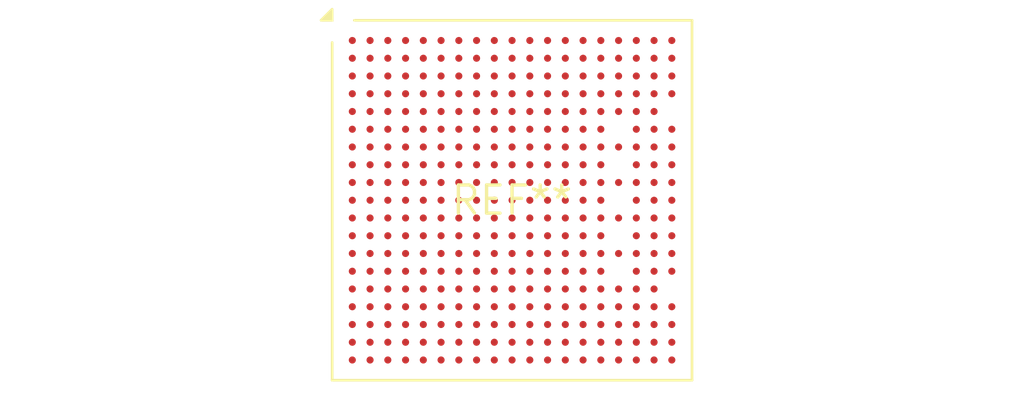
<source format=kicad_pcb>
(kicad_pcb (version 20240108) (generator pcbnew)
  (layers (0 "F.Cu" signal) (31 "B.Cu" signal) (34 "B.Paste" user) (35 "F.Paste" user) (36 "B.SilkS" user "B.Silkscreen") (37 "F.SilkS" user "F.Silkscreen") (38 "B.Mask" user) (39 "F.Mask" user) (44 "Edge.Cuts" user))
  (net 0 "")
  (footprint "ST_LFBGA-354_16x16mm_Layout19x19_P0.8mm" (layer "F.Cu") (at 0 0)
    (property "Reference" "REF**")
    (property "Value" "ST_LFBGA-354_16x16mm_Layout19x19_P0.8mm")
    (fp_line (start -8.11 8.11) (end -8.11 -7.11) (layer "F.SilkS") (stroke (width 0.12)))
    (fp_line (start -7.11 -8.11) (end 8.11 -8.11) (layer "F.SilkS") (stroke (width 0.12)))
    (fp_line (start 8.11 -8.11) (end 8.11 8.11) (layer "F.SilkS") (stroke (width 0.12)))
    (fp_line (start 8.11 8.11) (end -8.11 8.11) (layer "F.SilkS") (stroke (width 0.12)))
    (fp_poly (pts (xy -8.11 -8.11) (xy -8.61 -8.11) (xy -8.11 -8.61) (xy -8.11 -8.11)) (layer "F.SilkS") (stroke (width 0.12)) (fill solid))
    (pad "A1" smd circle (at -7.2 -7.2) (size 0.32 0.32) (property pad_prop_bga) (layers "F.Cu" "F.Paste" "F.Mask"))
    (pad "A2" smd circle (at -6.4 -7.2) (size 0.32 0.32) (property pad_prop_bga) (layers "F.Cu" "F.Paste" "F.Mask"))
    (pad "A3" smd circle (at -5.6 -7.2) (size 0.32 0.32) (property pad_prop_bga) (layers "F.Cu" "F.Paste" "F.Mask"))
    (pad "A4" smd circle (at -4.8 -7.2) (size 0.32 0.32) (property pad_prop_bga) (layers "F.Cu" "F.Paste" "F.Mask"))
    (pad "A5" smd circle (at -4 -7.2) (size 0.32 0.32) (property pad_prop_bga) (layers "F.Cu" "F.Paste" "F.Mask"))
    (pad "A6" smd circle (at -3.2 -7.2) (size 0.32 0.32) (property pad_prop_bga) (layers "F.Cu" "F.Paste" "F.Mask"))
    (pad "A7" smd circle (at -2.4 -7.2) (size 0.32 0.32) (property pad_prop_bga) (layers "F.Cu" "F.Paste" "F.Mask"))
    (pad "A8" smd circle (at -1.6 -7.2) (size 0.32 0.32) (property pad_prop_bga) (layers "F.Cu" "F.Paste" "F.Mask"))
    (pad "A9" smd circle (at -0.8 -7.2) (size 0.32 0.32) (property pad_prop_bga) (layers "F.Cu" "F.Paste" "F.Mask"))
    (pad "A10" smd circle (at 0 -7.2) (size 0.32 0.32) (property pad_prop_bga) (layers "F.Cu" "F.Paste" "F.Mask"))
    (pad "A11" smd circle (at 0.8 -7.2) (size 0.32 0.32) (property pad_prop_bga) (layers "F.Cu" "F.Paste" "F.Mask"))
    (pad "A12" smd circle (at 1.6 -7.2) (size 0.32 0.32) (property pad_prop_bga) (layers "F.Cu" "F.Paste" "F.Mask"))
    (pad "A13" smd circle (at 2.4 -7.2) (size 0.32 0.32) (property pad_prop_bga) (layers "F.Cu" "F.Paste" "F.Mask"))
    (pad "A14" smd circle (at 3.2 -7.2) (size 0.32 0.32) (property pad_prop_bga) (layers "F.Cu" "F.Paste" "F.Mask"))
    (pad "A15" smd circle (at 4 -7.2) (size 0.32 0.32) (property pad_prop_bga) (layers "F.Cu" "F.Paste" "F.Mask"))
    (pad "A16" smd circle (at 4.8 -7.2) (size 0.32 0.32) (property pad_prop_bga) (layers "F.Cu" "F.Paste" "F.Mask"))
    (pad "A17" smd circle (at 5.6 -7.2) (size 0.32 0.32) (property pad_prop_bga) (layers "F.Cu" "F.Paste" "F.Mask"))
    (pad "A18" smd circle (at 6.4 -7.2) (size 0.32 0.32) (property pad_prop_bga) (layers "F.Cu" "F.Paste" "F.Mask"))
    (pad "A19" smd circle (at 7.2 -7.2) (size 0.32 0.32) (property pad_prop_bga) (layers "F.Cu" "F.Paste" "F.Mask"))
    (pad "B1" smd circle (at -7.2 -6.4) (size 0.32 0.32) (property pad_prop_bga) (layers "F.Cu" "F.Paste" "F.Mask"))
    (pad "B2" smd circle (at -6.4 -6.4) (size 0.32 0.32) (property pad_prop_bga) (layers "F.Cu" "F.Paste" "F.Mask"))
    (pad "B3" smd circle (at -5.6 -6.4) (size 0.32 0.32) (property pad_prop_bga) (layers "F.Cu" "F.Paste" "F.Mask"))
    (pad "B4" smd circle (at -4.8 -6.4) (size 0.32 0.32) (property pad_prop_bga) (layers "F.Cu" "F.Paste" "F.Mask"))
    (pad "B5" smd circle (at -4 -6.4) (size 0.32 0.32) (property pad_prop_bga) (layers "F.Cu" "F.Paste" "F.Mask"))
    (pad "B6" smd circle (at -3.2 -6.4) (size 0.32 0.32) (property pad_prop_bga) (layers "F.Cu" "F.Paste" "F.Mask"))
    (pad "B7" smd circle (at -2.4 -6.4) (size 0.32 0.32) (property pad_prop_bga) (layers "F.Cu" "F.Paste" "F.Mask"))
    (pad "B8" smd circle (at -1.6 -6.4) (size 0.32 0.32) (property pad_prop_bga) (layers "F.Cu" "F.Paste" "F.Mask"))
    (pad "B9" smd circle (at -0.8 -6.4) (size 0.32 0.32) (property pad_prop_bga) (layers "F.Cu" "F.Paste" "F.Mask"))
    (pad "B10" smd circle (at 0 -6.4) (size 0.32 0.32) (property pad_prop_bga) (layers "F.Cu" "F.Paste" "F.Mask"))
    (pad "B11" smd circle (at 0.8 -6.4) (size 0.32 0.32) (property pad_prop_bga) (layers "F.Cu" "F.Paste" "F.Mask"))
    (pad "B12" smd circle (at 1.6 -6.4) (size 0.32 0.32) (property pad_prop_bga) (layers "F.Cu" "F.Paste" "F.Mask"))
    (pad "B13" smd circle (at 2.4 -6.4) (size 0.32 0.32) (property pad_prop_bga) (layers "F.Cu" "F.Paste" "F.Mask"))
    (pad "B14" smd circle (at 3.2 -6.4) (size 0.32 0.32) (property pad_prop_bga) (layers "F.Cu" "F.Paste" "F.Mask"))
    (pad "B15" smd circle (at 4 -6.4) (size 0.32 0.32) (property pad_prop_bga) (layers "F.Cu" "F.Paste" "F.Mask"))
    (pad "B16" smd circle (at 4.8 -6.4) (size 0.32 0.32) (property pad_prop_bga) (layers "F.Cu" "F.Paste" "F.Mask"))
    (pad "B17" smd circle (at 5.6 -6.4) (size 0.32 0.32) (property pad_prop_bga) (layers "F.Cu" "F.Paste" "F.Mask"))
    (pad "B18" smd circle (at 6.4 -6.4) (size 0.32 0.32) (property pad_prop_bga) (layers "F.Cu" "F.Paste" "F.Mask"))
    (pad "B19" smd circle (at 7.2 -6.4) (size 0.32 0.32) (property pad_prop_bga) (layers "F.Cu" "F.Paste" "F.Mask"))
    (pad "C1" smd circle (at -7.2 -5.6) (size 0.32 0.32) (property pad_prop_bga) (layers "F.Cu" "F.Paste" "F.Mask"))
    (pad "C2" smd circle (at -6.4 -5.6) (size 0.32 0.32) (property pad_prop_bga) (layers "F.Cu" "F.Paste" "F.Mask"))
    (pad "C3" smd circle (at -5.6 -5.6) (size 0.32 0.32) (property pad_prop_bga) (layers "F.Cu" "F.Paste" "F.Mask"))
    (pad "C4" smd circle (at -4.8 -5.6) (size 0.32 0.32) (property pad_prop_bga) (layers "F.Cu" "F.Paste" "F.Mask"))
    (pad "C5" smd circle (at -4 -5.6) (size 0.32 0.32) (property pad_prop_bga) (layers "F.Cu" "F.Paste" "F.Mask"))
    (pad "C6" smd circle (at -3.2 -5.6) (size 0.32 0.32) (property pad_prop_bga) (layers "F.Cu" "F.Paste" "F.Mask"))
    (pad "C7" smd circle (at -2.4 -5.6) (size 0.32 0.32) (property pad_prop_bga) (layers "F.Cu" "F.Paste" "F.Mask"))
    (pad "C8" smd circle (at -1.6 -5.6) (size 0.32 0.32) (property pad_prop_bga) (layers "F.Cu" "F.Paste" "F.Mask"))
    (pad "C9" smd circle (at -0.8 -5.6) (size 0.32 0.32) (property pad_prop_bga) (layers "F.Cu" "F.Paste" "F.Mask"))
    (pad "C10" smd circle (at 0 -5.6) (size 0.32 0.32) (property pad_prop_bga) (layers "F.Cu" "F.Paste" "F.Mask"))
    (pad "C11" smd circle (at 0.8 -5.6) (size 0.32 0.32) (property pad_prop_bga) (layers "F.Cu" "F.Paste" "F.Mask"))
    (pad "C12" smd circle (at 1.6 -5.6) (size 0.32 0.32) (property pad_prop_bga) (layers "F.Cu" "F.Paste" "F.Mask"))
    (pad "C13" smd circle (at 2.4 -5.6) (size 0.32 0.32) (property pad_prop_bga) (layers "F.Cu" "F.Paste" "F.Mask"))
    (pad "C14" smd circle (at 3.2 -5.6) (size 0.32 0.32) (property pad_prop_bga) (layers "F.Cu" "F.Paste" "F.Mask"))
    (pad "C15" smd circle (at 4 -5.6) (size 0.32 0.32) (property pad_prop_bga) (layers "F.Cu" "F.Paste" "F.Mask"))
    (pad "C16" smd circle (at 4.8 -5.6) (size 0.32 0.32) (property pad_prop_bga) (layers "F.Cu" "F.Paste" "F.Mask"))
    (pad "C17" smd circle (at 5.6 -5.6) (size 0.32 0.32) (property pad_prop_bga) (layers "F.Cu" "F.Paste" "F.Mask"))
    (pad "C18" smd circle (at 6.4 -5.6) (size 0.32 0.32) (property pad_prop_bga) (layers "F.Cu" "F.Paste" "F.Mask"))
    (pad "C19" smd circle (at 7.2 -5.6) (size 0.32 0.32) (property pad_prop_bga) (layers "F.Cu" "F.Paste" "F.Mask"))
    (pad "D1" smd circle (at -7.2 -4.8) (size 0.32 0.32) (property pad_prop_bga) (layers "F.Cu" "F.Paste" "F.Mask"))
    (pad "D2" smd circle (at -6.4 -4.8) (size 0.32 0.32) (property pad_prop_bga) (layers "F.Cu" "F.Paste" "F.Mask"))
    (pad "D3" smd circle (at -5.6 -4.8) (size 0.32 0.32) (property pad_prop_bga) (layers "F.Cu" "F.Paste" "F.Mask"))
    (pad "D4" smd circle (at -4.8 -4.8) (size 0.32 0.32) (property pad_prop_bga) (layers "F.Cu" "F.Paste" "F.Mask"))
    (pad "D5" smd circle (at -4 -4.8) (size 0.32 0.32) (property pad_prop_bga) (layers "F.Cu" "F.Paste" "F.Mask"))
    (pad "D6" smd circle (at -3.2 -4.8) (size 0.32 0.32) (property pad_prop_bga) (layers "F.Cu" "F.Paste" "F.Mask"))
    (pad "D7" smd circle (at -2.4 -4.8) (size 0.32 0.32) (property pad_prop_bga) (layers "F.Cu" "F.Paste" "F.Mask"))
    (pad "D8" smd circle (at -1.6 -4.8) (size 0.32 0.32) (property pad_prop_bga) (layers "F.Cu" "F.Paste" "F.Mask"))
    (pad "D9" smd circle (at -0.8 -4.8) (size 0.32 0.32) (property pad_prop_bga) (layers "F.Cu" "F.Paste" "F.Mask"))
    (pad "D10" smd circle (at 0 -4.8) (size 0.32 0.32) (property pad_prop_bga) (layers "F.Cu" "F.Paste" "F.Mask"))
    (pad "D11" smd circle (at 0.8 -4.8) (size 0.32 0.32) (property pad_prop_bga) (layers "F.Cu" "F.Paste" "F.Mask"))
    (pad "D12" smd circle (at 1.6 -4.8) (size 0.32 0.32) (property pad_prop_bga) (layers "F.Cu" "F.Paste" "F.Mask"))
    (pad "D13" smd circle (at 2.4 -4.8) (size 0.32 0.32) (property pad_prop_bga) (layers "F.Cu" "F.Paste" "F.Mask"))
    (pad "D14" smd circle (at 3.2 -4.8) (size 0.32 0.32) (property pad_prop_bga) (layers "F.Cu" "F.Paste" "F.Mask"))
    (pad "D15" smd circle (at 4 -4.8) (size 0.32 0.32) (property pad_prop_bga) (layers "F.Cu" "F.Paste" "F.Mask"))
    (pad "D16" smd circle (at 4.8 -4.8) (size 0.32 0.32) (property pad_prop_bga) (layers "F.Cu" "F.Paste" "F.Mask"))
    (pad "D17" smd circle (at 5.6 -4.8) (size 0.32 0.32) (property pad_prop_bga) (layers "F.Cu" "F.Paste" "F.Mask"))
    (pad "D18" smd circle (at 6.4 -4.8) (size 0.32 0.32) (property pad_prop_bga) (layers "F.Cu" "F.Paste" "F.Mask"))
    (pad "D19" smd circle (at 7.2 -4.8) (size 0.32 0.32) (property pad_prop_bga) (layers "F.Cu" "F.Paste" "F.Mask"))
    (pad "E1" smd circle (at -7.2 -4) (size 0.32 0.32) (property pad_prop_bga) (layers "F.Cu" "F.Paste" "F.Mask"))
    (pad "E2" smd circle (at -6.4 -4) (size 0.32 0.32) (property pad_prop_bga) (layers "F.Cu" "F.Paste" "F.Mask"))
    (pad "E3" smd circle (at -5.6 -4) (size 0.32 0.32) (property pad_prop_bga) (layers "F.Cu" "F.Paste" "F.Mask"))
    (pad "E4" smd circle (at -4.8 -4) (size 0.32 0.32) (property pad_prop_bga) (layers "F.Cu" "F.Paste" "F.Mask"))
    (pad "E5" smd circle (at -4 -4) (size 0.32 0.32) (property pad_prop_bga) (layers "F.Cu" "F.Paste" "F.Mask"))
    (pad "E6" smd circle (at -3.2 -4) (size 0.32 0.32) (property pad_prop_bga) (layers "F.Cu" "F.Paste" "F.Mask"))
    (pad "E7" smd circle (at -2.4 -4) (size 0.32 0.32) (property pad_prop_bga) (layers "F.Cu" "F.Paste" "F.Mask"))
    (pad "E8" smd circle (at -1.6 -4) (size 0.32 0.32) (property pad_prop_bga) (layers "F.Cu" "F.Paste" "F.Mask"))
    (pad "E9" smd circle (at -0.8 -4) (size 0.32 0.32) (property pad_prop_bga) (layers "F.Cu" "F.Paste" "F.Mask"))
    (pad "E10" smd circle (at 0 -4) (size 0.32 0.32) (property pad_prop_bga) (layers "F.Cu" "F.Paste" "F.Mask"))
    (pad "E11" smd circle (at 0.8 -4) (size 0.32 0.32) (property pad_prop_bga) (layers "F.Cu" "F.Paste" "F.Mask"))
    (pad "E12" smd circle (at 1.6 -4) (size 0.32 0.32) (property pad_prop_bga) (layers "F.Cu" "F.Paste" "F.Mask"))
    (pad "E13" smd circle (at 2.4 -4) (size 0.32 0.32) (property pad_prop_bga) (layers "F.Cu" "F.Paste" "F.Mask"))
    (pad "E14" smd circle (at 3.2 -4) (size 0.32 0.32) (property pad_prop_bga) (layers "F.Cu" "F.Paste" "F.Mask"))
    (pad "E15" smd circle (at 4 -4) (size 0.32 0.32) (property pad_prop_bga) (layers "F.Cu" "F.Paste" "F.Mask"))
    (pad "E16" smd circle (at 4.8 -4) (size 0.32 0.32) (property pad_prop_bga) (layers "F.Cu" "F.Paste" "F.Mask"))
    (pad "E17" smd circle (at 5.6 -4) (size 0.32 0.32) (property pad_prop_bga) (layers "F.Cu" "F.Paste" "F.Mask"))
    (pad "E18" smd circle (at 6.4 -4) (size 0.32 0.32) (property pad_prop_bga) (layers "F.Cu" "F.Paste" "F.Mask"))
    (pad "F1" smd circle (at -7.2 -3.2) (size 0.32 0.32) (property pad_prop_bga) (layers "F.Cu" "F.Paste" "F.Mask"))
    (pad "F2" smd circle (at -6.4 -3.2) (size 0.32 0.32) (property pad_prop_bga) (layers "F.Cu" "F.Paste" "F.Mask"))
    (pad "F3" smd circle (at -5.6 -3.2) (size 0.32 0.32) (property pad_prop_bga) (layers "F.Cu" "F.Paste" "F.Mask"))
    (pad "F4" smd circle (at -4.8 -3.2) (size 0.32 0.32) (property pad_prop_bga) (layers "F.Cu" "F.Paste" "F.Mask"))
    (pad "F5" smd circle (at -4 -3.2) (size 0.32 0.32) (property pad_prop_bga) (layers "F.Cu" "F.Paste" "F.Mask"))
    (pad "F6" smd circle (at -3.2 -3.2) (size 0.32 0.32) (property pad_prop_bga) (layers "F.Cu" "F.Paste" "F.Mask"))
    (pad "F7" smd circle (at -2.4 -3.2) (size 0.32 0.32) (property pad_prop_bga) (layers "F.Cu" "F.Paste" "F.Mask"))
    (pad "F8" smd circle (at -1.6 -3.2) (size 0.32 0.32) (property pad_prop_bga) (layers "F.Cu" "F.Paste" "F.Mask"))
    (pad "F9" smd circle (at -0.8 -3.2) (size 0.32 0.32) (property pad_prop_bga) (layers "F.Cu" "F.Paste" "F.Mask"))
    (pad "F10" smd circle (at 0 -3.2) (size 0.32 0.32) (property pad_prop_bga) (layers "F.Cu" "F.Paste" "F.Mask"))
    (pad "F11" smd circle (at 0.8 -3.2) (size 0.32 0.32) (property pad_prop_bga) (layers "F.Cu" "F.Paste" "F.Mask"))
    (pad "F12" smd circle (at 1.6 -3.2) (size 0.32 0.32) (property pad_prop_bga) (layers "F.Cu" "F.Paste" "F.Mask"))
    (pad "F13" smd circle (at 2.4 -3.2) (size 0.32 0.32) (property pad_prop_bga) (layers "F.Cu" "F.Paste" "F.Mask"))
    (pad "F14" smd circle (at 3.2 -3.2) (size 0.32 0.32) (property pad_prop_bga) (layers "F.Cu" "F.Paste" "F.Mask"))
    (pad "F15" smd circle (at 4 -3.2) (size 0.32 0.32) (property pad_prop_bga) (layers "F.Cu" "F.Paste" "F.Mask"))
    (pad "F17" smd circle (at 5.6 -3.2) (size 0.32 0.32) (property pad_prop_bga) (layers "F.Cu" "F.Paste" "F.Mask"))
    (pad "F18" smd circle (at 6.4 -3.2) (size 0.32 0.32) (property pad_prop_bga) (layers "F.Cu" "F.Paste" "F.Mask"))
    (pad "F19" smd circle (at 7.2 -3.2) (size 0.32 0.32) (property pad_prop_bga) (layers "F.Cu" "F.Paste" "F.Mask"))
    (pad "G1" smd circle (at -7.2 -2.4) (size 0.32 0.32) (property pad_prop_bga) (layers "F.Cu" "F.Paste" "F.Mask"))
    (pad "G2" smd circle (at -6.4 -2.4) (size 0.32 0.32) (property pad_prop_bga) (layers "F.Cu" "F.Paste" "F.Mask"))
    (pad "G3" smd circle (at -5.6 -2.4) (size 0.32 0.32) (property pad_prop_bga) (layers "F.Cu" "F.Paste" "F.Mask"))
    (pad "G4" smd circle (at -4.8 -2.4) (size 0.32 0.32) (property pad_prop_bga) (layers "F.Cu" "F.Paste" "F.Mask"))
    (pad "G5" smd circle (at -4 -2.4) (size 0.32 0.32) (property pad_prop_bga) (layers "F.Cu" "F.Paste" "F.Mask"))
    (pad "G6" smd circle (at -3.2 -2.4) (size 0.32 0.32) (property pad_prop_bga) (layers "F.Cu" "F.Paste" "F.Mask"))
    (pad "G7" smd circle (at -2.4 -2.4) (size 0.32 0.32) (property pad_prop_bga) (layers "F.Cu" "F.Paste" "F.Mask"))
    (pad "G8" smd circle (at -1.6 -2.4) (size 0.32 0.32) (property pad_prop_bga) (layers "F.Cu" "F.Paste" "F.Mask"))
    (pad "G9" smd circle (at -0.8 -2.4) (size 0.32 0.32) (property pad_prop_bga) (layers "F.Cu" "F.Paste" "F.Mask"))
    (pad "G10" smd circle (at 0 -2.4) (size 0.32 0.32) (property pad_prop_bga) (layers "F.Cu" "F.Paste" "F.Mask"))
    (pad "G11" smd circle (at 0.8 -2.4) (size 0.32 0.32) (property pad_prop_bga) (layers "F.Cu" "F.Paste" "F.Mask"))
    (pad "G12" smd circle (at 1.6 -2.4) (size 0.32 0.32) (property pad_prop_bga) (layers "F.Cu" "F.Paste" "F.Mask"))
    (pad "G13" smd circle (at 2.4 -2.4) (size 0.32 0.32) (property pad_prop_bga) (layers "F.Cu" "F.Paste" "F.Mask"))
    (pad "G14" smd circle (at 3.2 -2.4) (size 0.32 0.32) (property pad_prop_bga) (layers "F.Cu" "F.Paste" "F.Mask"))
    (pad "G15" smd circle (at 4 -2.4) (size 0.32 0.32) (property pad_prop_bga) (layers "F.Cu" "F.Paste" "F.Mask"))
    (pad "G16" smd circle (at 4.8 -2.4) (size 0.32 0.32) (property pad_prop_bga) (layers "F.Cu" "F.Paste" "F.Mask"))
    (pad "G17" smd circle (at 5.6 -2.4) (size 0.32 0.32) (property pad_prop_bga) (layers "F.Cu" "F.Paste" "F.Mask"))
    (pad "G18" smd circle (at 6.4 -2.4) (size 0.32 0.32) (property pad_prop_bga) (layers "F.Cu" "F.Paste" "F.Mask"))
    (pad "G19" smd circle (at 7.2 -2.4) (size 0.32 0.32) (property pad_prop_bga) (layers "F.Cu" "F.Paste" "F.Mask"))
    (pad "H1" smd circle (at -7.2 -1.6) (size 0.32 0.32) (property pad_prop_bga) (layers "F.Cu" "F.Paste" "F.Mask"))
    (pad "H2" smd circle (at -6.4 -1.6) (size 0.32 0.32) (property pad_prop_bga) (layers "F.Cu" "F.Paste" "F.Mask"))
    (pad "H3" smd circle (at -5.6 -1.6) (size 0.32 0.32) (property pad_prop_bga) (layers "F.Cu" "F.Paste" "F.Mask"))
    (pad "H4" smd circle (at -4.8 -1.6) (size 0.32 0.32) (property pad_prop_bga) (layers "F.Cu" "F.Paste" "F.Mask"))
    (pad "H5" smd circle (at -4 -1.6) (size 0.32 0.32) (property pad_prop_bga) (layers "F.Cu" "F.Paste" "F.Mask"))
    (pad "H6" smd circle (at -3.2 -1.6) (size 0.32 0.32) (property pad_prop_bga) (layers "F.Cu" "F.Paste" "F.Mask"))
    (pad "H7" smd circle (at -2.4 -1.6) (size 0.32 0.32) (property pad_prop_bga) (layers "F.Cu" "F.Paste" "F.Mask"))
    (pad "H8" smd circle (at -1.6 -1.6) (size 0.32 0.32) (property pad_prop_bga) (layers "F.Cu" "F.Paste" "F.Mask"))
    (pad "H9" smd circle (at -0.8 -1.6) (size 0.32 0.32) (property pad_prop_bga) (layers "F.Cu" "F.Paste" "F.Mask"))
    (pad "H10" smd circle (at 0 -1.6) (size 0.32 0.32) (property pad_prop_bga) (layers "F.Cu" "F.Paste" "F.Mask"))
    (pad "H11" smd circle (at 0.8 -1.6) (size 0.32 0.32) (property pad_prop_bga) (layers "F.Cu" "F.Paste" "F.Mask"))
    (pad "H12" smd circle (at 1.6 -1.6) (size 0.32 0.32) (property pad_prop_bga) (layers "F.Cu" "F.Paste" "F.Mask"))
    (pad "H13" smd circle (at 2.4 -1.6) (size 0.32 0.32) (property pad_prop_bga) (layers "F.Cu" "F.Paste" "F.Mask"))
    (pad "H14" smd circle (at 3.2 -1.6) (size 0.32 0.32) (property pad_prop_bga) (layers "F.Cu" "F.Paste" "F.Mask"))
    (pad "H15" smd circle (at 4 -1.6) (size 0.32 0.32) (property pad_prop_bga) (layers "F.Cu" "F.Paste" "F.Mask"))
    (pad "H17" smd circle (at 5.6 -1.6) (size 0.32 0.32) (property pad_prop_bga) (layers "F.Cu" "F.Paste" "F.Mask"))
    (pad "H18" smd circle (at 6.4 -1.6) (size 0.32 0.32) (property pad_prop_bga) (layers "F.Cu" "F.Paste" "F.Mask"))
    (pad "H19" smd circle (at 7.2 -1.6) (size 0.32 0.32) (property pad_prop_bga) (layers "F.Cu" "F.Paste" "F.Mask"))
    (pad "J1" smd circle (at -7.2 -0.8) (size 0.32 0.32) (property pad_prop_bga) (layers "F.Cu" "F.Paste" "F.Mask"))
    (pad "J2" smd circle (at -6.4 -0.8) (size 0.32 0.32) (property pad_prop_bga) (layers "F.Cu" "F.Paste" "F.Mask"))
    (pad "J3" smd circle (at -5.6 -0.8) (size 0.32 0.32) (property pad_prop_bga) (layers "F.Cu" "F.Paste" "F.Mask"))
    (pad "J4" smd circle (at -4.8 -0.8) (size 0.32 0.32) (property pad_prop_bga) (layers "F.Cu" "F.Paste" "F.Mask"))
    (pad "J5" smd circle (at -4 -0.8) (size 0.32 0.32) (property pad_prop_bga) (layers "F.Cu" "F.Paste" "F.Mask"))
    (pad "J6" smd circle (at -3.2 -0.8) (size 0.32 0.32) (property pad_prop_bga) (layers "F.Cu" "F.Paste" "F.Mask"))
    (pad "J7" smd circle (at -2.4 -0.8) (size 0.32 0.32) (property pad_prop_bga) (layers "F.Cu" "F.Paste" "F.Mask"))
    (pad "J8" smd circle (at -1.6 -0.8) (size 0.32 0.32) (property pad_prop_bga) (layers "F.Cu" "F.Paste" "F.Mask"))
    (pad "J9" smd circle (at -0.8 -0.8) (size 0.32 0.32) (property pad_prop_bga) (layers "F.Cu" "F.Paste" "F.Mask"))
    (pad "J10" smd circle (at 0 -0.8) (size 0.32 0.32) (property pad_prop_bga) (layers "F.Cu" "F.Paste" "F.Mask"))
    (pad "J11" smd circle (at 0.8 -0.8) (size 0.32 0.32) (property pad_prop_bga) (layers "F.Cu" "F.Paste" "F.Mask"))
    (pad "J12" smd circle (at 1.6 -0.8) (size 0.32 0.32) (property pad_prop_bga) (layers "F.Cu" "F.Paste" "F.Mask"))
    (pad "J13" smd circle (at 2.4 -0.8) (size 0.32 0.32) (property pad_prop_bga) (layers "F.Cu" "F.Paste" "F.Mask"))
    (pad "J14" smd circle (at 3.2 -0.8) (size 0.32 0.32) (property pad_prop_bga) (layers "F.Cu" "F.Paste" "F.Mask"))
    (pad "J15" smd circle (at 4 -0.8) (size 0.32 0.32) (property pad_prop_bga) (layers "F.Cu" "F.Paste" "F.Mask"))
    (pad "J16" smd circle (at 4.8 -0.8) (size 0.32 0.32) (property pad_prop_bga) (layers "F.Cu" "F.Paste" "F.Mask"))
    (pad "J17" smd circle (at 5.6 -0.8) (size 0.32 0.32) (property pad_prop_bga) (layers "F.Cu" "F.Paste" "F.Mask"))
    (pad "J18" smd circle (at 6.4 -0.8) (size 0.32 0.32) (property pad_prop_bga) (layers "F.Cu" "F.Paste" "F.Mask"))
    (pad "J19" smd circle (at 7.2 -0.8) (size 0.32 0.32) (property pad_prop_bga) (layers "F.Cu" "F.Paste" "F.Mask"))
    (pad "K1" smd circle (at -7.2 0) (size 0.32 0.32) (property pad_prop_bga) (layers "F.Cu" "F.Paste" "F.Mask"))
    (pad "K2" smd circle (at -6.4 0) (size 0.32 0.32) (property pad_prop_bga) (layers "F.Cu" "F.Paste" "F.Mask"))
    (pad "K3" smd circle (at -5.6 0) (size 0.32 0.32) (property pad_prop_bga) (layers "F.Cu" "F.Paste" "F.Mask"))
    (pad "K4" smd circle (at -4.8 0) (size 0.32 0.32) (property pad_prop_bga) (layers "F.Cu" "F.Paste" "F.Mask"))
    (pad "K5" smd circle (at -4 0) (size 0.32 0.32) (property pad_prop_bga) (layers "F.Cu" "F.Paste" "F.Mask"))
    (pad "K6" smd circle (at -3.2 0) (size 0.32 0.32) (property pad_prop_bga) (layers "F.Cu" "F.Paste" "F.Mask"))
    (pad "K7" smd circle (at -2.4 0) (size 0.32 0.32) (property pad_prop_bga) (layers "F.Cu" "F.Paste" "F.Mask"))
    (pad "K8" smd circle (at -1.6 0) (size 0.32 0.32) (property pad_prop_bga) (layers "F.Cu" "F.Paste" "F.Mask"))
    (pad "K9" smd circle (at -0.8 0) (size 0.32 0.32) (property pad_prop_bga) (layers "F.Cu" "F.Paste" "F.Mask"))
    (pad "K10" smd circle (at 0 0) (size 0.32 0.32) (property pad_prop_bga) (layers "F.Cu" "F.Paste" "F.Mask"))
    (pad "K11" smd circle (at 0.8 0) (size 0.32 0.32) (property pad_prop_bga) (layers "F.Cu" "F.Paste" "F.Mask"))
    (pad "K12" smd circle (at 1.6 0) (size 0.32 0.32) (property pad_prop_bga) (layers "F.Cu" "F.Paste" "F.Mask"))
    (pad "K13" smd circle (at 2.4 0) (size 0.32 0.32) (property pad_prop_bga) (layers "F.Cu" "F.Paste" "F.Mask"))
    (pad "K14" smd circle (at 3.2 0) (size 0.32 0.32) (property pad_prop_bga) (layers "F.Cu" "F.Paste" "F.Mask"))
    (pad "K15" smd circle (at 4 0) (size 0.32 0.32) (property pad_prop_bga) (layers "F.Cu" "F.Paste" "F.Mask"))
    (pad "K17" smd circle (at 5.6 0) (size 0.32 0.32) (property pad_prop_bga) (layers "F.Cu" "F.Paste" "F.Mask"))
    (pad "K18" smd circle (at 6.4 0) (size 0.32 0.32) (property pad_prop_bga) (layers "F.Cu" "F.Paste" "F.Mask"))
    (pad "K19" smd circle (at 7.2 0) (size 0.32 0.32) (property pad_prop_bga) (layers "F.Cu" "F.Paste" "F.Mask"))
    (pad "L1" smd circle (at -7.2 0.8) (size 0.32 0.32) (property pad_prop_bga) (layers "F.Cu" "F.Paste" "F.Mask"))
    (pad "L2" smd circle (at -6.4 0.8) (size 0.32 0.32) (property pad_prop_bga) (layers "F.Cu" "F.Paste" "F.Mask"))
    (pad "L3" smd circle (at -5.6 0.8) (size 0.32 0.32) (property pad_prop_bga) (layers "F.Cu" "F.Paste" "F.Mask"))
    (pad "L4" smd circle (at -4.8 0.8) (size 0.32 0.32) (property pad_prop_bga) (layers "F.Cu" "F.Paste" "F.Mask"))
    (pad "L5" smd circle (at -4 0.8) (size 0.32 0.32) (property pad_prop_bga) (layers "F.Cu" "F.Paste" "F.Mask"))
    (pad "L6" smd circle (at -3.2 0.8) (size 0.32 0.32) (property pad_prop_bga) (layers "F.Cu" "F.Paste" "F.Mask"))
    (pad "L7" smd circle (at -2.4 0.8) (size 0.32 0.32) (property pad_prop_bga) (layers "F.Cu" "F.Paste" "F.Mask"))
    (pad "L8" smd circle (at -1.6 0.8) (size 0.32 0.32) (property pad_prop_bga) (layers "F.Cu" "F.Paste" "F.Mask"))
    (pad "L9" smd circle (at -0.8 0.8) (size 0.32 0.32) (property pad_prop_bga) (layers "F.Cu" "F.Paste" "F.Mask"))
    (pad "L10" smd circle (at 0 0.8) (size 0.32 0.32) (property pad_prop_bga) (layers "F.Cu" "F.Paste" "F.Mask"))
    (pad "L11" smd circle (at 0.8 0.8) (size 0.32 0.32) (property pad_prop_bga) (layers "F.Cu" "F.Paste" "F.Mask"))
    (pad "L12" smd circle (at 1.6 0.8) (size 0.32 0.32) (property pad_prop_bga) (layers "F.Cu" "F.Paste" "F.Mask"))
    (pad "L13" smd circle (at 2.4 0.8) (size 0.32 0.32) (property pad_prop_bga) (layers "F.Cu" "F.Paste" "F.Mask"))
    (pad "L14" smd circle (at 3.2 0.8) (size 0.32 0.32) (property pad_prop_bga) (layers "F.Cu" "F.Paste" "F.Mask"))
    (pad "L15" smd circle (at 4 0.8) (size 0.32 0.32) (property pad_prop_bga) (layers "F.Cu" "F.Paste" "F.Mask"))
    (pad "L16" smd circle (at 4.8 0.8) (size 0.32 0.32) (property pad_prop_bga) (layers "F.Cu" "F.Paste" "F.Mask"))
    (pad "L17" smd circle (at 5.6 0.8) (size 0.32 0.32) (property pad_prop_bga) (layers "F.Cu" "F.Paste" "F.Mask"))
    (pad "L18" smd circle (at 6.4 0.8) (size 0.32 0.32) (property pad_prop_bga) (layers "F.Cu" "F.Paste" "F.Mask"))
    (pad "L19" smd circle (at 7.2 0.8) (size 0.32 0.32) (property pad_prop_bga) (layers "F.Cu" "F.Paste" "F.Mask"))
    (pad "M1" smd circle (at -7.2 1.6) (size 0.32 0.32) (property pad_prop_bga) (layers "F.Cu" "F.Paste" "F.Mask"))
    (pad "M2" smd circle (at -6.4 1.6) (size 0.32 0.32) (property pad_prop_bga) (layers "F.Cu" "F.Paste" "F.Mask"))
    (pad "M3" smd circle (at -5.6 1.6) (size 0.32 0.32) (property pad_prop_bga) (layers "F.Cu" "F.Paste" "F.Mask"))
    (pad "M4" smd circle (at -4.8 1.6) (size 0.32 0.32) (property pad_prop_bga) (layers "F.Cu" "F.Paste" "F.Mask"))
    (pad "M5" smd circle (at -4 1.6) (size 0.32 0.32) (property pad_prop_bga) (layers "F.Cu" "F.Paste" "F.Mask"))
    (pad "M6" smd circle (at -3.2 1.6) (size 0.32 0.32) (property pad_prop_bga) (layers "F.Cu" "F.Paste" "F.Mask"))
    (pad "M7" smd circle (at -2.4 1.6) (size 0.32 0.32) (property pad_prop_bga) (layers "F.Cu" "F.Paste" "F.Mask"))
    (pad "M8" smd circle (at -1.6 1.6) (size 0.32 0.32) (property pad_prop_bga) (layers "F.Cu" "F.Paste" "F.Mask"))
    (pad "M9" smd circle (at -0.8 1.6) (size 0.32 0.32) (property pad_prop_bga) (layers "F.Cu" "F.Paste" "F.Mask"))
    (pad "M10" smd circle (at 0 1.6) (size 0.32 0.32) (property pad_prop_bga) (layers "F.Cu" "F.Paste" "F.Mask"))
    (pad "M11" smd circle (at 0.8 1.6) (size 0.32 0.32) (property pad_prop_bga) (layers "F.Cu" "F.Paste" "F.Mask"))
    (pad "M12" smd circle (at 1.6 1.6) (size 0.32 0.32) (property pad_prop_bga) (layers "F.Cu" "F.Paste" "F.Mask"))
    (pad "M13" smd circle (at 2.4 1.6) (size 0.32 0.32) (property pad_prop_bga) (layers "F.Cu" "F.Paste" "F.Mask"))
    (pad "M14" smd circle (at 3.2 1.6) (size 0.32 0.32) (property pad_prop_bga) (layers "F.Cu" "F.Paste" "F.Mask"))
    (pad "M15" smd circle (at 4 1.6) (size 0.32 0.32) (property pad_prop_bga) (layers "F.Cu" "F.Paste" "F.Mask"))
    (pad "M17" smd circle (at 5.6 1.6) (size 0.32 0.32) (property pad_prop_bga) (layers "F.Cu" "F.Paste" "F.Mask"))
    (pad "M18" smd circle (at 6.4 1.6) (size 0.32 0.32) (property pad_prop_bga) (layers "F.Cu" "F.Paste" "F.Mask"))
    (pad "M19" smd circle (at 7.2 1.6) (size 0.32 0.32) (property pad_prop_bga) (layers "F.Cu" "F.Paste" "F.Mask"))
    (pad "N1" smd circle (at -7.2 2.4) (size 0.32 0.32) (property pad_prop_bga) (layers "F.Cu" "F.Paste" "F.Mask"))
    (pad "N2" smd circle (at -6.4 2.4) (size 0.32 0.32) (property pad_prop_bga) (layers "F.Cu" "F.Paste" "F.Mask"))
    (pad "N3" smd circle (at -5.6 2.4) (size 0.32 0.32) (property pad_prop_bga) (layers "F.Cu" "F.Paste" "F.Mask"))
    (pad "N4" smd circle (at -4.8 2.4) (size 0.32 0.32) (property pad_prop_bga) (layers "F.Cu" "F.Paste" "F.Mask"))
    (pad "N5" smd circle (at -4 2.4) (size 0.32 0.32) (property pad_prop_bga) (layers "F.Cu" "F.Paste" "F.Mask"))
    (pad "N6" smd circle (at -3.2 2.4) (size 0.32 0.32) (property pad_prop_bga) (layers "F.Cu" "F.Paste" "F.Mask"))
    (pad "N7" smd circle (at -2.4 2.4) (size 0.32 0.32) (property pad_prop_bga) (layers "F.Cu" "F.Paste" "F.Mask"))
    (pad "N8" smd circle (at -1.6 2.4) (size 0.32 0.32) (property pad_prop_bga) (layers "F.Cu" "F.Paste" "F.Mask"))
    (pad "N9" smd circle (at -0.8 2.4) (size 0.32 0.32) (property pad_prop_bga) (layers "F.Cu" "F.Paste" "F.Mask"))
    (pad "N10" smd circle (at 0 2.4) (size 0.32 0.32) (property pad_prop_bga) (layers "F.Cu" "F.Paste" "F.Mask"))
    (pad "N11" smd circle (at 0.8 2.4) (size 0.32 0.32) (property pad_prop_bga) (layers "F.Cu" "F.Paste" "F.Mask"))
    (pad "N12" smd circle (at 1.6 2.4) (size 0.32 0.32) (property pad_prop_bga) (layers "F.Cu" "F.Paste" "F.Mask"))
    (pad "N13" smd circle (at 2.4 2.4) (size 0.32 0.32) (property pad_prop_bga) (layers "F.Cu" "F.Paste" "F.Mask"))
    (pad "N14" smd circle (at 3.2 2.4) (size 0.32 0.32) (property pad_prop_bga) (layers "F.Cu" "F.Paste" "F.Mask"))
    (pad "N15" smd circle (at 4 2.4) (size 0.32 0.32) (property pad_prop_bga) (layers "F.Cu" "F.Paste" "F.Mask"))
    (pad "N16" smd circle (at 4.8 2.4) (size 0.32 0.32) (property pad_prop_bga) (layers "F.Cu" "F.Paste" "F.Mask"))
    (pad "N17" smd circle (at 5.6 2.4) (size 0.32 0.32) (property pad_prop_bga) (layers "F.Cu" "F.Paste" "F.Mask"))
    (pad "N18" smd circle (at 6.4 2.4) (size 0.32 0.32) (property pad_prop_bga) (layers "F.Cu" "F.Paste" "F.Mask"))
    (pad "N19" smd circle (at 7.2 2.4) (size 0.32 0.32) (property pad_prop_bga) (layers "F.Cu" "F.Paste" "F.Mask"))
    (pad "P1" smd circle (at -7.2 3.2) (size 0.32 0.32) (property pad_prop_bga) (layers "F.Cu" "F.Paste" "F.Mask"))
    (pad "P2" smd circle (at -6.4 3.2) (size 0.32 0.32) (property pad_prop_bga) (layers "F.Cu" "F.Paste" "F.Mask"))
    (pad "P3" smd circle (at -5.6 3.2) (size 0.32 0.32) (property pad_prop_bga) (layers "F.Cu" "F.Paste" "F.Mask"))
    (pad "P4" smd circle (at -4.8 3.2) (size 0.32 0.32) (property pad_prop_bga) (layers "F.Cu" "F.Paste" "F.Mask"))
    (pad "P5" smd circle (at -4 3.2) (size 0.32 0.32) (property pad_prop_bga) (layers "F.Cu" "F.Paste" "F.Mask"))
    (pad "P6" smd circle (at -3.2 3.2) (size 0.32 0.32) (property pad_prop_bga) (layers "F.Cu" "F.Paste" "F.Mask"))
    (pad "P7" smd circle (at -2.4 3.2) (size 0.32 0.32) (property pad_prop_bga) (layers "F.Cu" "F.Paste" "F.Mask"))
    (pad "P8" smd circle (at -1.6 3.2) (size 0.32 0.32) (property pad_prop_bga) (layers "F.Cu" "F.Paste" "F.Mask"))
    (pad "P9" smd circle (at -0.8 3.2) (size 0.32 0.32) (property pad_prop_bga) (layers "F.Cu" "F.Paste" "F.Mask"))
    (pad "P10" smd circle (at 0 3.2) (size 0.32 0.32) (property pad_prop_bga) (layers "F.Cu" "F.Paste" "F.Mask"))
    (pad "P11" smd circle (at 0.8 3.2) (size 0.32 0.32) (property pad_prop_bga) (layers "F.Cu" "F.Paste" "F.Mask"))
    (pad "P12" smd circle (at 1.6 3.2) (size 0.32 0.32) (property pad_prop_bga) (layers "F.Cu" "F.Paste" "F.Mask"))
    (pad "P13" smd circle (at 2.4 3.2) (size 0.32 0.32) (property pad_prop_bga) (layers "F.Cu" "F.Paste" "F.Mask"))
    (pad "P14" smd circle (at 3.2 3.2) (size 0.32 0.32) (property pad_prop_bga) (layers "F.Cu" "F.Paste" "F.Mask"))
    (pad "P15" smd circle (at 4 3.2) (size 0.32 0.32) (property pad_prop_bga) (layers "F.Cu" "F.Paste" "F.Mask"))
    (pad "P17" smd circle (at 5.6 3.2) (size 0.32 0.32) (property pad_prop_bga) (layers "F.Cu" "F.Paste" "F.Mask"))
    (pad "P18" smd circle (at 6.4 3.2) (size 0.32 0.32) (property pad_prop_bga) (layers "F.Cu" "F.Paste" "F.Mask"))
    (pad "P19" smd circle (at 7.2 3.2) (size 0.32 0.32) (property pad_prop_bga) (layers "F.Cu" "F.Paste" "F.Mask"))
    (pad "R1" smd circle (at -7.2 4) (size 0.32 0.32) (property pad_prop_bga) (layers "F.Cu" "F.Paste" "F.Mask"))
    (pad "R2" smd circle (at -6.4 4) (size 0.32 0.32) (property pad_prop_bga) (layers "F.Cu" "F.Paste" "F.Mask"))
    (pad "R3" smd circle (at -5.6 4) (size 0.32 0.32) (property pad_prop_bga) (layers "F.Cu" "F.Paste" "F.Mask"))
    (pad "R4" smd circle (at -4.8 4) (size 0.32 0.32) (property pad_prop_bga) (layers "F.Cu" "F.Paste" "F.Mask"))
    (pad "R5" smd circle (at -4 4) (size 0.32 0.32) (property pad_prop_bga) (layers "F.Cu" "F.Paste" "F.Mask"))
    (pad "R6" smd circle (at -3.2 4) (size 0.32 0.32) (property pad_prop_bga) (layers "F.Cu" "F.Paste" "F.Mask"))
    (pad "R7" smd circle (at -2.4 4) (size 0.32 0.32) (property pad_prop_bga) (layers "F.Cu" "F.Paste" "F.Mask"))
    (pad "R8" smd circle (at -1.6 4) (size 0.32 0.32) (property pad_prop_bga) (layers "F.Cu" "F.Paste" "F.Mask"))
    (pad "R9" smd circle (at -0.8 4) (size 0.32 0.32) (property pad_prop_bga) (layers "F.Cu" "F.Paste" "F.Mask"))
    (pad "R10" smd circle (at 0 4) (size 0.32 0.32) (property pad_prop_bga) (layers "F.Cu" "F.Paste" "F.Mask"))
    (pad "R11" smd circle (at 0.8 4) (size 0.32 0.32) (property pad_prop_bga) (layers "F.Cu" "F.Paste" "F.Mask"))
    (pad "R12" smd circle (at 1.6 4) (size 0.32 0.32) (property pad_prop_bga) (layers "F.Cu" "F.Paste" "F.Mask"))
    (pad "R13" smd circle (at 2.4 4) (size 0.32 0.32) (property pad_prop_bga) (layers "F.Cu" "F.Paste" "F.Mask"))
    (pad "R14" smd circle (at 3.2 4) (size 0.32 0.32) (property pad_prop_bga) (layers "F.Cu" "F.Paste" "F.Mask"))
    (pad "R15" smd circle (at 4 4) (size 0.32 0.32) (property pad_prop_bga) (layers "F.Cu" "F.Paste" "F.Mask"))
    (pad "R16" smd circle (at 4.8 4) (size 0.32 0.32) (property pad_prop_bga) (layers "F.Cu" "F.Paste" "F.Mask"))
    (pad "R17" smd circle (at 5.6 4) (size 0.32 0.32) (property pad_prop_bga) (layers "F.Cu" "F.Paste" "F.Mask"))
    (pad "R18" smd circle (at 6.4 4) (size 0.32 0.32) (property pad_prop_bga) (layers "F.Cu" "F.Paste" "F.Mask"))
    (pad "T1" smd circle (at -7.2 4.8) (size 0.32 0.32) (property pad_prop_bga) (layers "F.Cu" "F.Paste" "F.Mask"))
    (pad "T2" smd circle (at -6.4 4.8) (size 0.32 0.32) (property pad_prop_bga) (layers "F.Cu" "F.Paste" "F.Mask"))
    (pad "T3" smd circle (at -5.6 4.8) (size 0.32 0.32) (property pad_prop_bga) (layers "F.Cu" "F.Paste" "F.Mask"))
    (pad "T4" smd circle (at -4.8 4.8) (size 0.32 0.32) (property pad_prop_bga) (layers "F.Cu" "F.Paste" "F.Mask"))
    (pad "T5" smd circle (at -4 4.8) (size 0.32 0.32) (property pad_prop_bga) (layers "F.Cu" "F.Paste" "F.Mask"))
    (pad "T6" smd circle (at -3.2 4.8) (size 0.32 0.32) (property pad_prop_bga) (layers "F.Cu" "F.Paste" "F.Mask"))
    (pad "T7" smd circle (at -2.4 4.8) (size 0.32 0.32) (property pad_prop_bga) (layers "F.Cu" "F.Paste" "F.Mask"))
    (pad "T8" smd circle (at -1.6 4.8) (size 0.32 0.32) (property pad_prop_bga) (layers "F.Cu" "F.Paste" "F.Mask"))
    (pad "T9" smd circle (at -0.8 4.8) (size 0.32 0.32) (property pad_prop_bga) (layers "F.Cu" "F.Paste" "F.Mask"))
    (pad "T10" smd circle (at 0 4.8) (size 0.32 0.32) (property pad_prop_bga) (layers "F.Cu" "F.Paste" "F.Mask"))
    (pad "T11" smd circle (at 0.8 4.8) (size 0.32 0.32) (property pad_prop_bga) (layers "F.Cu" "F.Paste" "F.Mask"))
    (pad "T12" smd circle (at 1.6 4.8) (size 0.32 0.32) (property pad_prop_bga) (layers "F.Cu" "F.Paste" "F.Mask"))
    (pad "T13" smd circle (at 2.4 4.8) (size 0.32 0.32) (property pad_prop_bga) (layers "F.Cu" "F.Paste" "F.Mask"))
    (pad "T14" smd circle (at 3.2 4.8) (size 0.32 0.32) (property pad_prop_bga) (layers "F.Cu" "F.Paste" "F.Mask"))
    (pad "T15" smd circle (at 4 4.8) (size 0.32 0.32) (property pad_prop_bga) (layers "F.Cu" "F.Paste" "F.Mask"))
    (pad "T16" smd circle (at 4.8 4.8) (size 0.32 0.32) (property pad_prop_bga) (layers "F.Cu" "F.Paste" "F.Mask"))
    (pad "T17" smd circle (at 5.6 4.8) (size 0.32 0.32) (property pad_prop_bga) (layers "F.Cu" "F.Paste" "F.Mask"))
    (pad "T18" smd circle (at 6.4 4.8) (size 0.32 0.32) (property pad_prop_bga) (layers "F.Cu" "F.Paste" "F.Mask"))
    (pad "T19" smd circle (at 7.2 4.8) (size 0.32 0.32) (property pad_prop_bga) (layers "F.Cu" "F.Paste" "F.Mask"))
    (pad "U1" smd circle (at -7.2 5.6) (size 0.32 0.32) (property pad_prop_bga) (layers "F.Cu" "F.Paste" "F.Mask"))
    (pad "U2" smd circle (at -6.4 5.6) (size 0.32 0.32) (property pad_prop_bga) (layers "F.Cu" "F.Paste" "F.Mask"))
    (pad "U3" smd circle (at -5.6 5.6) (size 0.32 0.32) (property pad_prop_bga) (layers "F.Cu" "F.Paste" "F.Mask"))
    (pad "U4" smd circle (at -4.8 5.6) (size 0.32 0.32) (property pad_prop_bga) (layers "F.Cu" "F.Paste" "F.Mask"))
    (pad "U5" smd circle (at -4 5.6) (size 0.32 0.32) (property pad_prop_bga) (layers "F.Cu" "F.Paste" "F.Mask"))
    (pad "U6" smd circle (at -3.2 5.6) (size 0.32 0.32) (property pad_prop_bga) (layers "F.Cu" "F.Paste" "F.Mask"))
    (pad "U7" smd circle (at -2.4 5.6) (size 0.32 0.32) (property pad_prop_bga) (layers "F.Cu" "F.Paste" "F.Mask"))
    (pad "U8" smd circle (at -1.6 5.6) (size 0.32 0.32) (property pad_prop_bga) (layers "F.Cu" "F.Paste" "F.Mask"))
    (pad "U9" smd circle (at -0.8 5.6) (size 0.32 0.32) (property pad_prop_bga) (layers "F.Cu" "F.Paste" "F.Mask"))
    (pad "U10" smd circle (at 0 5.6) (size 0.32 0.32) (property pad_prop_bga) (layers "F.Cu" "F.Paste" "F.Mask"))
    (pad "U11" smd circle (at 0.8 5.6) (size 0.32 0.32) (property pad_prop_bga) (layers "F.Cu" "F.Paste" "F.Mask"))
    (pad "U12" smd circle (at 1.6 5.6) (size 0.32 0.32) (property pad_prop_bga) (layers "F.Cu" "F.Paste" "F.Mask"))
    (pad "U13" smd circle (at 2.4 5.6) (size 0.32 0.32) (property pad_prop_bga) (layers "F.Cu" "F.Paste" "F.Mask"))
    (pad "U14" smd circle (at 3.2 5.6) (size 0.32 0.32) (property pad_prop_bga) (layers "F.Cu" "F.Paste" "F.Mask"))
    (pad "U15" smd circle (at 4 5.6) (size 0.32 0.32) (property pad_prop_bga) (layers "F.Cu" "F.Paste" "F.Mask"))
    (pad "U16" smd circle (at 4.8 5.6) (size 0.32 0.32) (property pad_prop_bga) (layers "F.Cu" "F.Paste" "F.Mask"))
    (pad "U17" smd circle (at 5.6 5.6) (size 0.32 0.32) (property pad_prop_bga) (layers "F.Cu" "F.Paste" "F.Mask"))
    (pad "U18" smd circle (at 6.4 5.6) (size 0.32 0.32) (property pad_prop_bga) (layers "F.Cu" "F.Paste" "F.Mask"))
    (pad "U19" smd circle (at 7.2 5.6) (size 0.32 0.32) (property pad_prop_bga) (layers "F.Cu" "F.Paste" "F.Mask"))
    (pad "V1" smd circle (at -7.2 6.4) (size 0.32 0.32) (property pad_prop_bga) (layers "F.Cu" "F.Paste" "F.Mask"))
    (pad "V2" smd circle (at -6.4 6.4) (size 0.32 0.32) (property pad_prop_bga) (layers "F.Cu" "F.Paste" "F.Mask"))
    (pad "V3" smd circle (at -5.6 6.4) (size 0.32 0.32) (property pad_prop_bga) (layers "F.Cu" "F.Paste" "F.Mask"))
    (pad "V4" smd circle (at -4.8 6.4) (size 0.32 0.32) (property pad_prop_bga) (layers "F.Cu" "F.Paste" "F.Mask"))
    (pad "V5" smd circle (at -4 6.4) (size 0.32 0.32) (property pad_prop_bga) (layers "F.Cu" "F.Paste" "F.Mask"))
    (pad "V6" smd circle (at -3.2 6.4) (size 0.32 0.32) (property pad_prop_bga) (layers "F.Cu" "F.Paste" "F.Mask"))
    (pad "V7" smd circle (at -2.4 6.4) (size 0.32 0.32) (property pad_prop_bga) (layers "F.Cu" "F.Paste" "F.Mask"))
    (pad "V8" smd circle (at -1.6 6.4) (size 0.32 0.32) (property pad_prop_bga) (layers "F.Cu" "F.Paste" "F.Mask"))
    (pad "V9" smd circle (at -0.8 6.4) (size 0.32 0.32) (property pad_prop_bga) (layers "F.Cu" "F.Paste" "F.Mask"))
    (pad "V10" smd circle (at 0 6.4) (size 0.32 0.32) (property pad_prop_bga) (layers "F.Cu" "F.Paste" "F.Mask"))
    (pad "V11" smd circle (at 0.8 6.4) (size 0.32 0.32) (property pad_prop_bga) (layers "F.Cu" "F.Paste" "F.Mask"))
    (pad "V12" smd circle (at 1.6 6.4) (size 0.32 0.32) (property pad_prop_bga) (layers "F.Cu" "F.Paste" "F.Mask"))
    (pad "V13" smd circle (at 2.4 6.4) (size 0.32 0.32) (property pad_prop_bga) (layers "F.Cu" "F.Paste" "F.Mask"))
    (pad "V14" smd circle (at 3.2 6.4) (size 0.32 0.32) (property pad_prop_bga) (layers "F.Cu" "F.Paste" "F.Mask"))
    (pad "V15" smd circle (at 4 6.4) (size 0.32 0.32) (property pad_prop_bga) (layers "F.Cu" "F.Paste" "F.Mask"))
    (pad "V16" smd circle (at 4.8 6.4) (size 0.32 0.32) (property pad_prop_bga) (layers "F.Cu" "F.Paste" "F.Mask"))
    (pad "V17" smd circle (at 5.6 6.4) (size 0.32 0.32) (property pad_prop_bga) (layers "F.Cu" "F.Paste" "F.Mask"))
    (pad "V18" smd circle (at 6.4 6.4) (size 0.32 0.32) (property pad_prop_bga) (layers "F.Cu" "F.Paste" "F.Mask"))
    (pad "V19" smd circle (at 7.2 6.4) (size 0.32 0.32) (property pad_prop_bga) (layers "F.Cu" "F.Paste" "F.Mask"))
    (pad "W1" smd circle (at -7.2 7.2) (size 0.32 0.32) (property pad_prop_bga) (layers "F.Cu" "F.Paste" "F.Mask"))
    (pad "W2" smd circle (at -6.4 7.2) (size 0.32 0.32) (property pad_prop_bga) (layers "F.Cu" "F.Paste" "F.Mask"))
    (pad "W3" smd circle (at -5.6 7.2) (size 0.32 0.32) (property pad_prop_bga) (layers "F.Cu" "F.Paste" "F.Mask"))
    (pad "W4" smd circle (at -4.8 7.2) (size 0.32 0.32) (property pad_prop_bga) (layers "F.Cu" "F.Paste" "F.Mask"))
    (pad "W5" smd circle (at -4 7.2) (size 0.32 0.32) (property pad_prop_bga) (layers "F.Cu" "F.Paste" "F.Mask"))
    (pad "W6" smd circle (at -3.2 7.2) (size 0.32 0.32) (property pad_prop_bga) (layers "F.Cu" "F.Paste" "F.Mask"))
    (pad "W7" smd circle (at -2.4 7.2) (size 0.32 0.32) (property pad_prop_bga) (layers "F.Cu" "F.Paste" "F.Mask"))
    (pad "W8" smd circle (at -1.6 7.2) (size 0.32 0.32) (property pad_prop_bga) (layers "F.Cu" "F.Paste" "F.Mask"))
    (pad "W9" smd circle (at -0.8 7.2) (size 0.32 0.32) (property pad_prop_bga) (layers "F.Cu" "F.Paste" "F.Mask"))
    (pad "W10" smd circle (at 0 7.2) (size 0.32 0.32) (property pad_prop_bga) (layers "F.Cu" "F.Paste" "F.Mask"))
    (pad "W11" smd circle (at 0.8 7.2) (size 0.32 0.32) (property pad_prop_bga) (layers "F.Cu" "F.Paste" "F.Mask"))
    (pad "W12" smd circle (at 1.6 7.2) (size 0.32 0.32) (property pad_prop_bga) (layers "F.Cu" "F.Paste" "F.Mask"))
    (pad "W13" smd circle (at 2.4 7.2) (size 0.32 0.32) (property pad_prop_bga) (layers "F.Cu" "F.Paste" "F.Mask"))
    (pad "W14" smd circle (at 3.2 7.2) (size 0.32 0.32) (property pad_prop_bga) (layers "F.Cu" "F.Paste" "F.Mask"))
    (pad "W15" smd circle (at 4 7.2) (size 0.32 0.32) (property pad_prop_bga) (layers "F.Cu" "F.Paste" "F.Mask"))
    (pad "W16" smd circle (at 4.8 7.2) (size 0.32 0.32) (property pad_prop_bga) (layers "F.Cu" "F.Paste" "F.Mask"))
    (pad "W17" smd circle (at 5.6 7.2) (size 0.32 0.32) (property pad_prop_bga) (layers "F.Cu" "F.Paste" "F.Mask"))
    (pad "W18" smd circle (at 6.4 7.2) (size 0.32 0.32) (property pad_prop_bga) (layers "F.Cu" "F.Paste" "F.Mask"))
    (pad "W19" smd circle (at 7.2 7.2) (size 0.32 0.32) (property pad_prop_bga) (layers "F.Cu" "F.Paste" "F.Mask"))
  )
)
</source>
